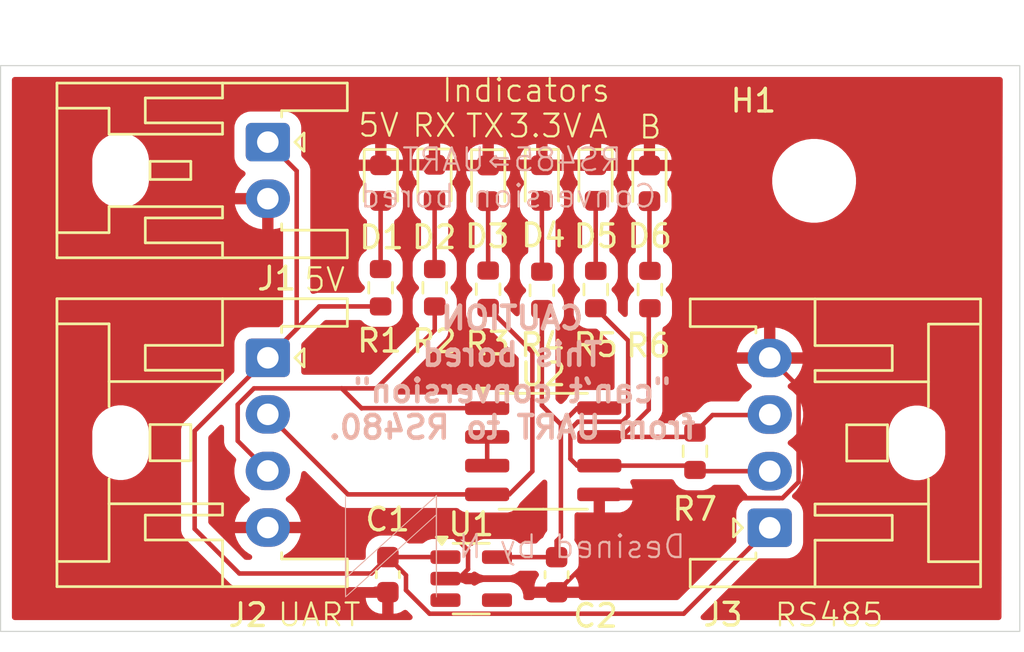
<source format=kicad_pcb>
(kicad_pcb (version 20240108) (generator "pcbnew") (generator_version "8.0")
  (layers (0 "F.Cu" signal) (31 "B.Cu" signal) (34 "B.Paste" user) (35 "F.Paste" user) (36 "B.SilkS" user "B.Silkscreen") (37 "F.SilkS" user "F.Silkscreen") (38 "B.Mask" user) (39 "F.Mask" user) (44 "Edge.Cuts" user))
  (net 0 "")
  (net 1 "GND")
  (net 2 "+5V")
  (net 3 "+3.3V")
  (net 4 "Net-(D1-A)")
  (net 5 "/TX")
  (net 6 "/RX")
  (net 7 "/B")
  (net 8 "/A")
  (net 11 "Net-(U2-DE)")
  (net 12 "Net-(D2-A)")
  (net 13 "Net-(D3-A)")
  (net 14 "Net-(D4-A)")
  (net 15 "Net-(D5-A)")
  (net 16 "Net-(D6-A)")
  (footprint "Connector_JST:JST_XA_S02B-XASK-1_1x02_P2.50mm_Horizontal" (layer "F.Cu") (at 147.91 92.2 -90)
    (property "Reference" "J1" (at 6.03 -0.4 180) (layer "F.SilkS"))
    (property "Value" "Conn_01x02_Socket")
    (fp_line (start -2.61 9.31) (end 5.11 9.31) (stroke (width 0.12)) (layer "F.SilkS"))
    (fp_line (start -1.5 9.31) (end -1.5 7.01) (stroke (width 0.12)) (layer "F.SilkS"))
    (fp_line (start 5.11 9.31) (end 5.11 -3.51) (stroke (width 0.12)) (layer "F.SilkS"))
    (fp_line (start -1.5 7.01) (end -0.35 7.01) (stroke (width 0.12)) (layer "F.SilkS"))
    (fp_line (start -0.35 7.01) (end -0.35 2) (stroke (width 0.12)) (layer "F.SilkS"))
    (fp_line (start 2.85 7.01) (end 4 7.01) (stroke (width 0.12)) (layer "F.SilkS"))
    (fp_line (start 2.85 7.01) (end 2.85 2) (stroke (width 0.12)) (layer "F.SilkS"))
    (fp_line (start 4 7.01) (end 4 9.31) (stroke (width 0.12)) (layer "F.SilkS"))
    (fp_line (start -1.95 5.41) (end -1.95 2) (stroke (width 0.12)) (layer "F.SilkS"))
    (fp_line (start -0.85 5.41) (end -1.95 5.41) (stroke (width 0.12)) (layer "F.SilkS"))
    (fp_line (start 3.35 5.41) (end 4.45 5.41) (stroke (width 0.12)) (layer "F.SilkS"))
    (fp_line (start 4.45 5.41) (end 4.45 2) (stroke (width 0.12)) (layer "F.SilkS"))
    (fp_line (start 0.85 5.2) (end 0.85 3.4) (stroke (width 0.12)) (layer "F.SilkS"))
    (fp_line (start 1.65 5.2) (end 0.85 5.2) (stroke (width 0.12)) (layer "F.SilkS"))
    (fp_line (start 0.85 3.4) (end 1.65 3.4) (stroke (width 0.12)) (layer "F.SilkS"))
    (fp_line (start 1.65 3.4) (end 1.65 5.2) (stroke (width 0.12)) (layer "F.SilkS"))
    (fp_line (start -1.95 2) (end -2.61 2) (stroke (width 0.12)) (layer "F.SilkS"))
    (fp_line (start -0.85 2) (end -0.85 5.41) (stroke (width 0.12)) (layer "F.SilkS"))
    (fp_line (start -0.35 2) (end -0.85 2) (stroke (width 0.12)) (layer "F.SilkS"))
    (fp_line (start 2.85 2) (end 3.35 2) (stroke (width 0.12)) (layer "F.SilkS"))
    (fp_line (start 3.35 2) (end 3.35 5.41) (stroke (width 0.12)) (layer "F.SilkS"))
    (fp_line (start 4.45 2) (end 5.11 2) (stroke (width 0.12)) (layer "F.SilkS"))
    (fp_line (start -1.39 -0.61) (end -1.39 -3.51) (stroke (width 0.12)) (layer "F.SilkS"))
    (fp_line (start -1.11 -0.61) (end -1.39 -0.61) (stroke (width 0.12)) (layer "F.SilkS"))
    (fp_line (start 3.89 -0.61) (end 3.61 -0.61) (stroke (width 0.12)) (layer "F.SilkS"))
    (fp_line (start 0 -1.2) (end -0.4 -1.6) (stroke (width 0.12)) (layer "F.SilkS"))
    (fp_line (start -0.4 -1.6) (end 0.4 -1.6) (stroke (width 0.12)) (layer "F.SilkS"))
    (fp_line (start 0.4 -1.6) (end 0 -1.2) (stroke (width 0.12)) (layer "F.SilkS"))
    (fp_line (start -2.61 -3.51) (end -2.61 9.31) (stroke (width 0.12)) (layer "F.SilkS"))
    (fp_line (start -1.39 -3.51) (end -2.61 -3.51) (stroke (width 0.12)) (layer "F.SilkS"))
    (fp_line (start 3.89 -3.51) (end 3.89 -0.61) (stroke (width 0.12)) (layer "F.SilkS"))
    (fp_line (start 5.11 -3.51) (end 3.89 -3.51) (stroke (width 0.12)) (layer "F.SilkS"))
    (pad "" np_thru_hole oval (at 1.25 6.5 270) (size 2.8 2) (drill oval 2.8 2) (layers "*.Cu" "*.Mask"))
    (pad "1" thru_hole roundrect (at 0 0 270) (size 1.7 1.95) (drill 0.95) (layers "*.Cu" "*.Mask") (roundrect_rratio 0.147059) (net 2 "+5V"))
    (pad "2" thru_hole oval (at 2.5 0 270) (size 1.7 1.95) (drill 0.95) (layers "*.Cu" "*.Mask") (net 1 "GND"))
  )
  (footprint "Connector_JST:JST_XA_S04B-XASK-1_1x04_P2.50mm_Horizontal" (layer "F.Cu") (at 170.07 109.24 90)
    (property "Reference" "J3" (at -3.84 -2.06 180) (layer "F.SilkS"))
    (property "Value" "RS485")
    (fp_line (start 10.11 -3.51) (end 8.89 -3.51) (stroke (width 0.12)) (layer "F.SilkS"))
    (fp_line (start 8.89 -3.51) (end 8.89 -0.61) (stroke (width 0.12)) (layer "F.SilkS"))
    (fp_line (start -1.39 -3.51) (end -2.61 -3.51) (stroke (width 0.12)) (layer "F.SilkS"))
    (fp_line (start -2.61 -3.51) (end -2.61 9.31) (stroke (width 0.12)) (layer "F.SilkS"))
    (fp_line (start 0.4 -1.6) (end 0 -1.2) (stroke (width 0.12)) (layer "F.SilkS"))
    (fp_line (start -0.4 -1.6) (end 0.4 -1.6) (stroke (width 0.12)) (layer "F.SilkS"))
    (fp_line (start 0 -1.2) (end -0.4 -1.6) (stroke (width 0.12)) (layer "F.SilkS"))
    (fp_line (start 8.89 -0.61) (end 8.61 -0.61) (stroke (width 0.12)) (layer "F.SilkS"))
    (fp_line (start -1.11 -0.61) (end -1.39 -0.61) (stroke (width 0.12)) (layer "F.SilkS"))
    (fp_line (start -1.39 -0.61) (end -1.39 -3.51) (stroke (width 0.12)) (layer "F.SilkS"))
    (fp_line (start 8.05 2) (end 10.11 2) (stroke (width 0.12)) (layer "F.SilkS"))
    (fp_line (start 6.95 2) (end 6.95 5.41) (stroke (width 0.12)) (layer "F.SilkS"))
    (fp_line (start 6.45 2) (end 6.95 2) (stroke (width 0.12)) (layer "F.SilkS"))
    (fp_line (start 1.05 2) (end 0.55 2) (stroke (width 0.12)) (layer "F.SilkS"))
    (fp_line (start 0.55 2) (end 0.55 5.41) (stroke (width 0.12)) (layer "F.SilkS"))
    (fp_line (start -0.55 2) (end -2.61 2) (stroke (width 0.12)) (layer "F.SilkS"))
    (fp_line (start 4.55 3.4) (end 4.55 5.2) (stroke (width 0.12)) (layer "F.SilkS"))
    (fp_line (start 2.95 3.4) (end 4.55 3.4) (stroke (width 0.12)) (layer "F.SilkS"))
    (fp_line (start 4.55 5.2) (end 2.95 5.2) (stroke (width 0.12)) (layer "F.SilkS"))
    (fp_line (start 2.95 5.2) (end 2.95 3.4) (stroke (width 0.12)) (layer "F.SilkS"))
    (fp_line (start 8.05 5.41) (end 8.05 2) (stroke (width 0.12)) (layer "F.SilkS"))
    (fp_line (start 6.95 5.41) (end 8.05 5.41) (stroke (width 0.12)) (layer "F.SilkS"))
    (fp_line (start 0.55 5.41) (end -0.55 5.41) (stroke (width 0.12)) (layer "F.SilkS"))
    (fp_line (start -0.55 5.41) (end -0.55 2) (stroke (width 0.12)) (layer "F.SilkS"))
    (fp_line (start 9 7.01) (end 9 9.31) (stroke (width 0.12)) (layer "F.SilkS"))
    (fp_line (start 6.45 7.01) (end 6.45 2) (stroke (width 0.12)) (layer "F.SilkS"))
    (fp_line (start 5.35 7.01) (end 9 7.01) (stroke (width 0.12)) (layer "F.SilkS"))
    (fp_line (start 1.05 7.01) (end 1.05 2) (stroke (width 0.12)) (layer "F.SilkS"))
    (fp_line (start -1.5 7.01) (end 2.15 7.01) (stroke (width 0.12)) (layer "F.SilkS"))
    (fp_line (start 10.11 9.31) (end 10.11 -3.51) (stroke (width 0.12)) (layer "F.SilkS"))
    (fp_line (start -1.5 9.31) (end -1.5 7.01) (stroke (width 0.12)) (layer "F.SilkS"))
    (fp_line (start -2.61 9.31) (end 10.11 9.31) (stroke (width 0.12)) (layer "F.SilkS"))
    (pad "" np_thru_hole oval (at 3.75 6.5 90) (size 2.8 2) (drill oval 2.8 2) (layers "*.Cu" "*.Mask"))
    (pad "1" thru_hole roundrect (at 0 0 90) (size 1.7 1.95) (drill 0.95) (layers "*.Cu" "*.Mask") (roundrect_rratio 0.147059) (net 2 "+5V"))
    (pad "2" thru_hole oval (at 2.5 0 90) (size 1.7 1.95) (drill 0.95) (layers "*.Cu" "*.Mask") (net 8 "/A"))
    (pad "3" thru_hole oval (at 5 0 90) (size 1.7 1.95) (drill 0.95) (layers "*.Cu" "*.Mask") (net 7 "/B"))
    (pad "4" thru_hole oval (at 7.5 0 90) (size 1.7 1.95) (drill 0.95) (layers "*.Cu" "*.Mask") (net 1 "GND"))
  )
  (footprint "LED_SMD:LED_0603_1608Metric" (layer "F.Cu") (at 164.76 94.02 -90)
    (property "Reference" "D6" (at 2.33 -0.01 180) (layer "F.SilkS"))
    (property "Value" "LED")
    (fp_line (start -1.485 0.735) (end 0.8 0.735) (stroke (width 0.12)) (layer "F.SilkS"))
    (fp_line (start -1.485 -0.735) (end -1.485 0.735) (stroke (width 0.12)) (layer "F.SilkS"))
    (fp_line (start 0.8 -0.735) (end -1.485 -0.735) (stroke (width 0.12)) (layer "F.SilkS"))
    (pad "1" smd roundrect (at -0.7875 0 270) (size 0.875 0.95) (layers "F.Cu" "F.Paste" "F.Mask") (net 1 "GND"))
    (pad "2" smd roundrect (at 0.7875 0 270) (size 0.875 0.95) (layers "F.Cu" "F.Paste" "F.Mask") (net 16 "Net-(D6-A)"))
  )
  (footprint "Resistor_SMD:R_0603_1608Metric" (layer "F.Cu") (at 166.77 105.86 90)
    (property "Reference" "R7" (at -2.55 -0.01 180) (layer "F.SilkS"))
    (property "Value" "120")
    (fp_line (start -0.237258 -0.5225) (end 0.237258 -0.5225) (stroke (width 0.12)) (layer "F.SilkS"))
    (fp_line (start -0.237258 0.5225) (end 0.237258 0.5225) (stroke (width 0.12)) (layer "F.SilkS"))
    (pad "1" smd roundrect (at -0.825 0 90) (size 0.8 0.95) (layers "F.Cu" "F.Paste" "F.Mask") (net 8 "/A"))
    (pad "2" smd roundrect (at 0.825 0 90) (size 0.8 0.95) (layers "F.Cu" "F.Paste" "F.Mask") (net 7 "/B"))
  )
  (footprint "LED_SMD:LED_0603_1608Metric" (layer "F.Cu") (at 152.9 94.01 -90)
    (property "Reference" "D1" (at 2.4 -0.03 180) (layer "F.SilkS"))
    (property "Value" "LED")
    (fp_line (start -1.485 0.735) (end 0.8 0.735) (stroke (width 0.12)) (layer "F.SilkS"))
    (fp_line (start -1.485 -0.735) (end -1.485 0.735) (stroke (width 0.12)) (layer "F.SilkS"))
    (fp_line (start 0.8 -0.735) (end -1.485 -0.735) (stroke (width 0.12)) (layer "F.SilkS"))
    (pad "1" smd roundrect (at -0.7875 0 270) (size 0.875 0.95) (layers "F.Cu" "F.Paste" "F.Mask") (net 1 "GND"))
    (pad "2" smd roundrect (at 0.7875 0 270) (size 0.875 0.95) (layers "F.Cu" "F.Paste" "F.Mask") (net 4 "Net-(D1-A)"))
  )
  (footprint "Package_SO:SOIC-8_3.9x4.9mm_P1.27mm" (layer "F.Cu") (at 160.07 105.86)
    (property "Reference" "U2" (at 0 -3.4 0) (layer "F.SilkS"))
    (property "Value" "MAX3485")
    (fp_line (start 0 -2.56) (end -1.95 -2.56) (stroke (width 0.12)) (layer "F.SilkS"))
    (fp_line (start 0 -2.56) (end 1.95 -2.56) (stroke (width 0.12)) (layer "F.SilkS"))
    (fp_line (start 0 2.56) (end -1.95 2.56) (stroke (width 0.12)) (layer "F.SilkS"))
    (fp_line (start 0 2.56) (end 1.95 2.56) (stroke (width 0.12)) (layer "F.SilkS"))
    (fp_poly (pts (xy -2.7 -2.465) (xy -2.94 -2.795) (xy -2.46 -2.795) (xy -2.7 -2.465)) (stroke (width 0.12)) (fill solid) (layer "F.SilkS"))
    (pad "1" smd roundrect (at -2.475 -1.905) (size 1.95 0.6) (layers "F.Cu" "F.Paste" "F.Mask") (net 6 "/RX"))
    (pad "2" smd roundrect (at -2.475 -0.635) (size 1.95 0.6) (layers "F.Cu" "F.Paste" "F.Mask") (net 11 "Net-(U2-DE)"))
    (pad "3" smd roundrect (at -2.475 0.635) (size 1.95 0.6) (layers "F.Cu" "F.Paste" "F.Mask") (net 11 "Net-(U2-DE)"))
    (pad "4" smd roundrect (at -2.475 1.905) (size 1.95 0.6) (layers "F.Cu" "F.Paste" "F.Mask") (net 5 "/TX"))
    (pad "5" smd roundrect (at 2.475 1.905) (size 1.95 0.6) (layers "F.Cu" "F.Paste" "F.Mask") (net 1 "GND"))
    (pad "6" smd roundrect (at 2.475 0.635) (size 1.95 0.6) (layers "F.Cu" "F.Paste" "F.Mask") (net 8 "/A"))
    (pad "7" smd roundrect (at 2.475 -0.635) (size 1.95 0.6) (layers "F.Cu" "F.Paste" "F.Mask") (net 7 "/B"))
    (pad "8" smd roundrect (at 2.475 -1.905) (size 1.95 0.6) (layers "F.Cu" "F.Paste" "F.Mask") (net 3 "+3.3V"))
  )
  (footprint "LED_SMD:LED_0603_1608Metric" (layer "F.Cu") (at 160.01 94.0075 -90)
    (property "Reference" "D4" (at 2.3125 -0.07 180) (layer "F.SilkS"))
    (property "Value" "LED")
    (fp_line (start -1.485 0.735) (end 0.8 0.735) (stroke (width 0.12)) (layer "F.SilkS"))
    (fp_line (start -1.485 -0.735) (end -1.485 0.735) (stroke (width 0.12)) (layer "F.SilkS"))
    (fp_line (start 0.8 -0.735) (end -1.485 -0.735) (stroke (width 0.12)) (layer "F.SilkS"))
    (pad "1" smd roundrect (at -0.7875 0 270) (size 0.875 0.95) (layers "F.Cu" "F.Paste" "F.Mask") (net 1 "GND"))
    (pad "2" smd roundrect (at 0.7875 0 270) (size 0.875 0.95) (layers "F.Cu" "F.Paste" "F.Mask") (net 14 "Net-(D4-A)"))
  )
  (footprint "Package_TO_SOT_SMD:SOT-23-5" (layer "F.Cu") (at 156.89 111.4875)
    (property "Reference" "U1" (at 0 -2.4 0) (layer "F.SilkS"))
    (property "Value" "MIC5504-3.3YM5")
    (fp_line (start 0 -1.56) (end -0.8 -1.56) (stroke (width 0.12)) (layer "F.SilkS"))
    (fp_line (start 0 -1.56) (end 0.8 -1.56) (stroke (width 0.12)) (layer "F.SilkS"))
    (fp_line (start 0 1.56) (end -0.8 1.56) (stroke (width 0.12)) (layer "F.SilkS"))
    (fp_line (start 0 1.56) (end 0.8 1.56) (stroke (width 0.12)) (layer "F.SilkS"))
    (fp_poly (pts (xy -1.3 -1.51) (xy -1.54 -1.84) (xy -1.06 -1.84) (xy -1.3 -1.51)) (stroke (width 0.12)) (fill solid) (layer "F.SilkS"))
    (pad "1" smd roundrect (at -1.1375 -0.95) (size 1.325 0.6) (layers "F.Cu" "F.Paste" "F.Mask") (net 2 "+5V"))
    (pad "2" smd roundrect (at -1.1375 0) (size 1.325 0.6) (layers "F.Cu" "F.Paste" "F.Mask") (net 1 "GND"))
    (pad "3" smd roundrect (at -1.1375 0.95) (size 1.325 0.6) (layers "F.Cu" "F.Paste" "F.Mask"))
    (pad "4" smd roundrect (at 1.1375 0.95) (size 1.325 0.6) (layers "F.Cu" "F.Paste" "F.Mask"))
    (pad "5" smd roundrect (at 1.1375 -0.95) (size 1.325 0.6) (layers "F.Cu" "F.Paste" "F.Mask") (net 3 "+3.3V"))
  )
  (footprint "Connector_JST:JST_XA_S04B-XASK-1_1x04_P2.50mm_Horizontal" (layer "F.Cu") (at 147.91 101.73 -90)
    (property "Reference" "J2" (at 11.37 0.87 180) (layer "F.SilkS"))
    (property "Value" "UART")
    (fp_line (start -2.61 9.31) (end 10.11 9.31) (stroke (width 0.12)) (layer "F.SilkS"))
    (fp_line (start -1.5 9.31) (end -1.5 7.01) (stroke (width 0.12)) (layer "F.SilkS"))
    (fp_line (start 10.11 9.31) (end 10.11 -3.51) (stroke (width 0.12)) (layer "F.SilkS"))
    (fp_line (start -1.5 7.01) (end 2.15 7.01) (stroke (width 0.12)) (layer "F.SilkS"))
    (fp_line (start 1.05 7.01) (end 1.05 2) (stroke (width 0.12)) (layer "F.SilkS"))
    (fp_line (start 5.35 7.01) (end 9 7.01) (stroke (width 0.12)) (layer "F.SilkS"))
    (fp_line (start 6.45 7.01) (end 6.45 2) (stroke (width 0.12)) (layer "F.SilkS"))
    (fp_line (start 9 7.01) (end 9 9.31) (stroke (width 0.12)) (layer "F.SilkS"))
    (fp_line (start -0.55 5.41) (end -0.55 2) (stroke (width 0.12)) (layer "F.SilkS"))
    (fp_line (start 0.55 5.41) (end -0.55 5.41) (stroke (width 0.12)) (layer "F.SilkS"))
    (fp_line (start 6.95 5.41) (end 8.05 5.41) (stroke (width 0.12)) (layer "F.SilkS"))
    (fp_line (start 8.05 5.41) (end 8.05 2) (stroke (width 0.12)) (layer "F.SilkS"))
    (fp_line (start 2.95 5.2) (end 2.95 3.4) (stroke (width 0.12)) (layer "F.SilkS"))
    (fp_line (start 4.55 5.2) (end 2.95 5.2) (stroke (width 0.12)) (layer "F.SilkS"))
    (fp_line (start 2.95 3.4) (end 4.55 3.4) (stroke (width 0.12)) (layer "F.SilkS"))
    (fp_line (start 4.55 3.4) (end 4.55 5.2) (stroke (width 0.12)) (layer "F.SilkS"))
    (fp_line (start -0.55 2) (end -2.61 2) (stroke (width 0.12)) (layer "F.SilkS"))
    (fp_line (start 0.55 2) (end 0.55 5.41) (stroke (width 0.12)) (layer "F.SilkS"))
    (fp_line (start 1.05 2) (end 0.55 2) (stroke (width 0.12)) (layer "F.SilkS"))
    (fp_line (start 6.45 2) (end 6.95 2) (stroke (width 0.12)) (layer "F.SilkS"))
    (fp_line (start 6.95 2) (end 6.95 5.41) (stroke (width 0.12)) (layer "F.SilkS"))
    (fp_line (start 8.05 2) (end 10.11 2) (stroke (width 0.12)) (layer "F.SilkS"))
    (fp_line (start -1.39 -0.61) (end -1.39 -3.51) (stroke (width 0.12)) (layer "F.SilkS"))
    (fp_line (start -1.11 -0.61) (end -1.39 -0.61) (stroke (width 0.12)) (layer "F.SilkS"))
    (fp_line (start 8.89 -0.61) (end 8.61 -0.61) (stroke (width 0.12)) (layer "F.SilkS"))
    (fp_line (start 0 -1.2) (end -0.4 -1.6) (stroke (width 0.12)) (layer "F.SilkS"))
    (fp_line (start -0.4 -1.6) (end 0.4 -1.6) (stroke (width 0.12)) (layer "F.SilkS"))
    (fp_line (start 0.4 -1.6) (end 0 -1.2) (stroke (width 0.12)) (layer "F.SilkS"))
    (fp_line (start -2.61 -3.51) (end -2.61 9.31) (stroke (width 0.12)) (layer "F.SilkS"))
    (fp_line (start -1.39 -3.51) (end -2.61 -3.51) (stroke (width 0.12)) (layer "F.SilkS"))
    (fp_line (start 8.89 -3.51) (end 8.89 -0.61) (stroke (width 0.12)) (layer "F.SilkS"))
    (fp_line (start 10.11 -3.51) (end 8.89 -3.51) (stroke (width 0.12)) (layer "F.SilkS"))
    (pad "" np_thru_hole oval (at 3.75 6.5 270) (size 2.8 2) (drill oval 2.8 2) (layers "*.Cu" "*.Mask"))
    (pad "1" thru_hole roundrect (at 0 0 270) (size 1.7 1.95) (drill 0.95) (layers "*.Cu" "*.Mask") (roundrect_rratio 0.147059) (net 2 "+5V"))
    (pad "2" thru_hole oval (at 2.5 0 270) (size 1.7 1.95) (drill 0.95) (layers "*.Cu" "*.Mask") (net 5 "/TX"))
    (pad "3" thru_hole oval (at 5 0 270) (size 1.7 1.95) (drill 0.95) (layers "*.Cu" "*.Mask") (net 6 "/RX"))
    (pad "4" thru_hole oval (at 7.5 0 270) (size 1.7 1.95) (drill 0.95) (layers "*.Cu" "*.Mask") (net 1 "GND"))
  )
  (footprint "LED_SMD:LED_0603_1608Metric" (layer "F.Cu") (at 162.38 94.0075 -90)
    (property "Reference" "D5" (at 2.3525 -0.02 180) (layer "F.SilkS"))
    (property "Value" "LED")
    (fp_line (start -1.485 0.735) (end 0.8 0.735) (stroke (width 0.12)) (layer "F.SilkS"))
    (fp_line (start -1.485 -0.735) (end -1.485 0.735) (stroke (width 0.12)) (layer "F.SilkS"))
    (fp_line (start 0.8 -0.735) (end -1.485 -0.735) (stroke (width 0.12)) (layer "F.SilkS"))
    (pad "1" smd roundrect (at -0.7875 0 270) (size 0.875 0.95) (layers "F.Cu" "F.Paste" "F.Mask") (net 1 "GND"))
    (pad "2" smd roundrect (at 0.7875 0 270) (size 0.875 0.95) (layers "F.Cu" "F.Paste" "F.Mask") (net 15 "Net-(D5-A)"))
  )
  (footprint "LED_SMD:LED_0603_1608Metric" (layer "F.Cu") (at 155.27 93.99 -90)
    (property "Reference" "D2" (at 2.41 0.015 180) (layer "F.SilkS"))
    (property "Value" "LED")
    (fp_line (start -1.485 0.735) (end 0.8 0.735) (stroke (width 0.12)) (layer "F.SilkS"))
    (fp_line (start -1.485 -0.735) (end -1.485 0.735) (stroke (width 0.12)) (layer "F.SilkS"))
    (fp_line (start 0.8 -0.735) (end -1.485 -0.735) (stroke (width 0.12)) (layer "F.SilkS"))
    (pad "1" smd roundrect (at -0.7875 0 270) (size 0.875 0.95) (layers "F.Cu" "F.Paste" "F.Mask") (net 1 "GND"))
    (pad "2" smd roundrect (at 0.7875 0 270) (size 0.875 0.95) (layers "F.Cu" "F.Paste" "F.Mask") (net 12 "Net-(D2-A)"))
  )
  (footprint "Resistor_SMD:R_0603_1608Metric" (layer "F.Cu") (at 160.01 98.75 90)
    (property "Reference" "R4" (at -2.42 0.02 180) (layer "F.SilkS"))
    (property "Value" "10k")
    (fp_line (start -0.237258 -0.5225) (end 0.237258 -0.5225) (stroke (width 0.12)) (layer "F.SilkS"))
    (fp_line (start -0.237258 0.5225) (end 0.237258 0.5225) (stroke (width 0.12)) (layer "F.SilkS"))
    (pad "1" smd roundrect (at -0.825 0 90) (size 0.8 0.95) (layers "F.Cu" "F.Paste" "F.Mask") (net 3 "+3.3V"))
    (pad "2" smd roundrect (at 0.825 0 90) (size 0.8 0.95) (layers "F.Cu" "F.Paste" "F.Mask") (net 14 "Net-(D4-A)"))
  )
  (footprint "MountingHole:MountingHole_3.2mm_M3" (layer "F.Cu") (at 172.03 93.91)
    (property "Reference" "H1" (at -2.68 -3.54 0) (layer "F.SilkS"))
    (property "Value" "MountingHole")
    (pad "" np_thru_hole circle (at 0 0) (size 3.2 3.2) (drill 3.2) (layers "*.Cu" "*.Mask"))
  )
  (footprint "Resistor_SMD:R_0603_1608Metric" (layer "F.Cu") (at 164.78 98.715 90)
    (property "Reference" "R6" (at -2.475 -0.07 180) (layer "F.SilkS"))
    (property "Value" "10k")
    (fp_line (start -0.237258 -0.5225) (end 0.237258 -0.5225) (stroke (width 0.12)) (layer "F.SilkS"))
    (fp_line (start -0.237258 0.5225) (end 0.237258 0.5225) (stroke (width 0.12)) (layer "F.SilkS"))
    (pad "1" smd roundrect (at -0.825 0 90) (size 0.8 0.95) (layers "F.Cu" "F.Paste" "F.Mask") (net 7 "/B"))
    (pad "2" smd roundrect (at 0.825 0 90) (size 0.8 0.95) (layers "F.Cu" "F.Paste" "F.Mask") (net 16 "Net-(D6-A)"))
  )
  (footprint "Resistor_SMD:R_0603_1608Metric" (layer "F.Cu") (at 155.28 98.635 90)
    (property "Reference" "R2" (at -2.365 -0.02 0) (layer "F.SilkS"))
    (property "Value" "10k")
    (fp_line (start -0.237258 -0.5225) (end 0.237258 -0.5225) (stroke (width 0.12)) (layer "F.SilkS"))
    (fp_line (start -0.237258 0.5225) (end 0.237258 0.5225) (stroke (width 0.12)) (layer "F.SilkS"))
    (pad "1" smd roundrect (at -0.825 0 90) (size 0.8 0.95) (layers "F.Cu" "F.Paste" "F.Mask") (net 6 "/RX"))
    (pad "2" smd roundrect (at 0.825 0 90) (size 0.8 0.95) (layers "F.Cu" "F.Paste" "F.Mask") (net 12 "Net-(D2-A)"))
  )
  (footprint "Resistor_SMD:R_0603_1608Metric" (layer "F.Cu") (at 152.89 98.635 90)
    (property "Reference" "R1" (at -2.34 -0.05 0) (layer "F.SilkS"))
    (property "Value" "10k")
    (fp_line (start -0.237258 -0.5225) (end 0.237258 -0.5225) (stroke (width 0.12)) (layer "F.SilkS"))
    (fp_line (start -0.237258 0.5225) (end 0.237258 0.5225) (stroke (width 0.12)) (layer "F.SilkS"))
    (pad "1" smd roundrect (at -0.825 0 90) (size 0.8 0.95) (layers "F.Cu" "F.Paste" "F.Mask") (net 2 "+5V"))
    (pad "2" smd roundrect (at 0.825 0 90) (size 0.8 0.95) (layers "F.Cu" "F.Paste" "F.Mask") (net 4 "Net-(D1-A)"))
  )
  (footprint "Capacitor_SMD:C_0603_1608Metric" (layer "F.Cu") (at 160.66 111.315 -90)
    (property "Reference" "C2" (at 1.815 -1.72 0) (layer "F.SilkS"))
    (property "Value" "1u")
    (fp_line (start -0.14058 0.51) (end 0.14058 0.51) (stroke (width 0.12)) (layer "F.SilkS"))
    (fp_line (start -0.14058 -0.51) (end 0.14058 -0.51) (stroke (width 0.12)) (layer "F.SilkS"))
    (pad "1" smd roundrect (at -0.775 0 270) (size 0.9 0.95) (layers "F.Cu" "F.Paste" "F.Mask") (net 3 "+3.3V"))
    (pad "2" smd roundrect (at 0.775 0 270) (size 0.9 0.95) (layers "F.Cu" "F.Paste" "F.Mask") (net 1 "GND"))
  )
  (footprint "Resistor_SMD:R_0603_1608Metric" (layer "F.Cu") (at 162.39 98.715 90)
    (property "Reference" "R5" (at -2.455 0 180) (layer "F.SilkS"))
    (property "Value" "10k")
    (fp_line (start -0.237258 -0.5225) (end 0.237258 -0.5225) (stroke (width 0.12)) (layer "F.SilkS"))
    (fp_line (start -0.237258 0.5225) (end 0.237258 0.5225) (stroke (width 0.12)) (layer "F.SilkS"))
    (pad "1" smd roundrect (at -0.825 0 90) (size 0.8 0.95) (layers "F.Cu" "F.Paste" "F.Mask") (net 8 "/A"))
    (pad "2" smd roundrect (at 0.825 0 90) (size 0.8 0.95) (layers "F.Cu" "F.Paste" "F.Mask") (net 15 "Net-(D5-A)"))
  )
  (footprint "LED_SMD:LED_0603_1608Metric" (layer "F.Cu") (at 157.64 94.02 -90)
    (property "Reference" "D3" (at 2.34 0.0425 180) (layer "F.SilkS"))
    (property "Value" "LED")
    (fp_line (start -1.485 0.735) (end 0.8 0.735) (stroke (width 0.12)) (layer "F.SilkS"))
    (fp_line (start -1.485 -0.735) (end -1.485 0.735) (stroke (width 0.12)) (layer "F.SilkS"))
    (fp_line (start 0.8 -0.735) (end -1.485 -0.735) (stroke (width 0.12)) (layer "F.SilkS"))
    (pad "1" smd roundrect (at -0.7875 0 270) (size 0.875 0.95) (layers "F.Cu" "F.Paste" "F.Mask") (net 1 "GND"))
    (pad "2" smd roundrect (at 0.7875 0 270) (size 0.875 0.95) (layers "F.Cu" "F.Paste" "F.Mask") (net 13 "Net-(D3-A)"))
  )
  (footprint "Resistor_SMD:R_0603_1608Metric" (layer "F.Cu") (at 157.6375 98.7 90)
    (property "Reference" "R3" (at -2.4 -0.02 180) (layer "F.SilkS"))
    (property "Value" "10k")
    (fp_line (start -0.237258 -0.5225) (end 0.237258 -0.5225) (stroke (width 0.12)) (layer "F.SilkS"))
    (fp_line (start -0.237258 0.5225) (end 0.237258 0.5225) (stroke (width 0.12)) (layer "F.SilkS"))
    (pad "1" smd roundrect (at -0.825 0 90) (size 0.8 0.95) (layers "F.Cu" "F.Paste" "F.Mask") (net 5 "/TX"))
    (pad "2" smd roundrect (at 0.825 0 90) (size 0.8 0.95) (layers "F.Cu" "F.Paste" "F.Mask") (net 13 "Net-(D3-A)"))
  )
  (footprint "Capacitor_SMD:C_0603_1608Metric" (layer "F.Cu") (at 153.21 111.31 -90)
    (property "Reference" "C1" (at -2.435 0.01 0) (layer "F.SilkS"))
    (property "Value" "1u")
    (fp_line (start -0.14058 0.51) (end 0.14058 0.51) (stroke (width 0.12)) (layer "F.SilkS"))
    (fp_line (start -0.14058 -0.51) (end 0.14058 -0.51) (stroke (width 0.12)) (layer "F.SilkS"))
    (pad "1" smd roundrect (at -0.775 0 270) (size 0.9 0.95) (layers "F.Cu" "F.Paste" "F.Mask") (net 2 "+5V"))
    (pad "2" smd roundrect (at 0.775 0 270) (size 0.9 0.95) (layers "F.Cu" "F.Paste" "F.Mask") (net 1 "GND"))
  )
  (footprint "Narii設計:ロゴ 2年" (layer "B.Cu") (at 153.4 110.02 180)
    (property "Reference" "G***" (hide yes))
    (property "Value" "LOGO" (hide yes))
    (fp_poly (pts (xy -1.938459 2.225677) (xy -1.929348 2.214585) (xy -1.92182 2.20693) (xy -1.901063 2.187303) (xy -1.867625 2.156205) (xy -1.822054 2.114135) (xy -1.764899 2.061591) (xy -1.696706 1.999074) (xy -1.618023 1.927082) (xy -1.5294 1.846115) (xy -1.431382 1.756672) (xy -1.324518 1.659252) (xy -1.209357 1.554355) (xy -1.086445 1.442479) (xy -0.956331 1.324125) (xy -0.819563 1.199791) (xy -0.676687 1.069977) (xy -0.528253 0.935182) (xy -0.374808 0.795905) (xy -0.2169 0.652646) (xy -0.055077 0.505904) (xy 0.054292 0.406766) (xy 2.029216 -1.383135) (xy 2.03457 0.422075) (xy 2.03517 0.624045) (xy 2.035733 0.810359) (xy 2.036266 0.981649) (xy 2.036781 1.138546) (xy 2.037285 1.281683) (xy 2.037788 1.41169) (xy 2.0383 1.5292) (xy 2.03883 1.634843) (xy 2.039387 1.729251) (xy 2.039981 1.813057) (xy 2.040621 1.886891) (xy 2.041316 1.951385) (xy 2.042077 2.00717) (xy 2.042911 2.054879) (xy 2.043829 2.095143) (xy 2.04484 2.128592) (xy 2.045953 2.15586) (xy 2.047178 2.177577) (xy 2.048524 2.194376) (xy 2.05 2.206887) (xy 2.051616 2.215742) (xy 2.053381 2.221573) (xy 2.055305 2.225011) (xy 2.057396 2.226688) (xy 2.059665 2.227235) (xy 2.06134 2.227285) (xy 2.063491 2.227169) (xy 2.065492 2.226444) (xy 2.067352 2.224546) (xy 2.069076 2.220911) (xy 2.070669 2.214974) (xy 2.072138 2.206172) (xy 2.07349 2.193939) (xy 2.074729 2.177711) (xy 2.075862 2.156925) (xy 2.076895 2.131015) (xy 2.077834 2.099417) (xy 2.078684 2.061568) (xy 2.079453 2.016902) (xy 2.080146 1.964855) (xy 2.080769 1.904864) (xy 2.081328 1.836363) (xy 2.081829 1.758788) (xy 2.082278 1.671576) (xy 2.082682 1.574161) (xy 2.083045 1.465979) (xy 2.083375 1.346466) (xy 2.083676 1.215058) (xy 2.083956 1.07119) (xy 2.08422 0.914298) (xy 2.084475 0.743818) (xy 2.084725 0.559185) (xy 2.084978 0.359835) (xy 2.085239 0.145203) (xy 2.085453 -0.033733) (xy 2.085717 -0.262702) (xy 2.085941 -0.475933) (xy 2.086122 -0.673974) (xy 2.086257 -0.857375) (xy 2.086343 -1.026684) (xy 2.086376 -1.182451) (xy 2.086353 -1.325225) (xy 2.086271 -1.455554) (xy 2.086126 -1.573988) (xy 2.085916 -1.681075) (xy 2.085637 -1.777365) (xy 2.085286 -1.863406) (xy 2.08486 -1.939747) (xy 2.084355 -2.006938) (xy 2.083768 -2.065527) (xy 2.083096 -2.116064) (xy 2.082336 -2.159096) (xy 2.081484 -2.195174) (xy 2.080538 -2.224846) (xy 2.079493 -2.248661) (xy 2.078347 -2.267169) (xy 2.077097 -2.280917) (xy 2.075739 -2.290456) (xy 2.07427 -2.296333) (xy 2.072687 -2.299099) (xy 2.072078 -2.299441) (xy 2.061211 -2.296174) (xy 2.040344 -2.282454) (xy 2.008804 -2.25774) (xy 1.965916 -2.221489) (xy 1.911005 -2.173158) (xy 1.876633 -2.142313) (xy 1.853973 -2.121841) (xy 1.818192 -2.089477) (xy 1.769938 -2.045807) (xy 1.709855 -1.991414) (xy 1.638589 -1.926885) (xy 1.556787 -1.852804) (xy 1.465094 -1.769757) (xy 1.364157 -1.678328) (xy 1.25462 -1.579103) (xy 1.13713 -1.472666) (xy 1.012333 -1.359603) (xy 0.880874 -1.240498) (xy 0.743399 -1.115938) (xy 0.600555 -0.986507) (xy 0.452986 -0.852789) (xy 0.30134 -0.715371) (xy 0.146261 -0.574837) (xy -0.011605 -0.431772) (xy -0.112437 -0.34039) (xy -1.922133 1.299715) (xy -1.924834 -0.494586) (xy -1.925149 -0.697185) (xy -1.925465 -0.88412) (xy -1.925788 -1.056013) (xy -1.926126 -1.213486) (xy -1.926484 -1.357161) (xy -1.92687 -1.487663) (xy -1.92729 -1.605612) (xy -1.927751 -1.711632) (xy -1.928259 -1.806345) (xy -1.928823 -1.890374) (xy -1.929447 -1.964341) (xy -1.93014 -2.028869) (xy -1.930907 -2.08458) (xy -1.931756 -2.132097) (xy -1.932693 -2.172043) (xy -1.933724 -2.205039) (xy -1.934858 -2.231709) (xy -1.9361 -2.252675) (xy -1.937457 -2.26856) (xy -1.938935 -2.279986) (xy -1.940543 -2.287576) (xy -1.942285 -2.291952) (xy -1.94417 -2.293737) (xy -1.944294 -2.293777) (xy -1.964145 -2.294141) (xy -1.970965 -2.291129) (xy -1.97195 -2.28229) (xy -1.972895 -2.25757) (xy -1.973799 -2.217376) (xy -1.97466 -2.162113) (xy -1.975476 -2.09219) (xy -1.976246 -2.008011) (xy -1.976967 -1.909984) (xy -1.977638 -1.798514) (xy -1.978257 -1.674009) (xy -1.978822 -1.536874) (xy -1.979332 -1.387516) (xy -1.979783 -1.226342) (xy -1.980175 -1.053758) (xy -1.980506 -0.87017) (xy -1.980774 -0.675986) (xy -1.980977 -0.47161) (xy -1.981112 -0.25745) (xy -1.98118 -0.033912) (xy -1.981181 -0.028153) (xy -1.981472 2.1429) (xy -1.927488 2.1429) (xy -1.927383 1.75348) (xy -1.927278 1.364059) (xy -0.170386 -0.228021) (xy -0.01277 -0.370855) (xy 0.142805 -0.511845) (xy 0.295661 -0.650377) (xy 0.44512 -0.785837) (xy 0.590504 -0.91761) (xy 0.731136 -1.045082) (xy 0.866338 -1.167637) (xy 0.995431 -1.284662) (xy 1.117737 -1.395541) (xy 1.23258 -1.49966) (xy 1.33928 -1.596405) (xy 1.437161 -1.685161) (xy 1.525544 -1.765313) (xy 1.603751 -1.836247) (xy 1.671104 -1.897348) (xy 1.726925 -1.948002) (xy 1.770538 -1.987594) (xy 1.801263 -2.015509) (xy 1.807861 -2.02151) (xy 1.861543 -2.070287) (xy 1.910694 -2.114815) (xy 1.953672 -2.153617) (xy 1.988834 -2.185217) (xy 2.014539 -2.208136) (xy 2.029144 -2.220898) (xy 2.031893 -2.223065) (xy 2.032419 -2.215215) (xy 2.032891 -2.192654) (xy 2.0333 -2.15696) (xy 2.033637 -2.10971) (xy 2.033894 -2.05248) (xy 2.034061 -1.986848) (xy 2.034129 -1.914391) (xy 2.03409 -1.836685) (xy 2.034087 -1.834354) (xy 2.033604 -1.445495) (xy 0.526899 -0.080738) (xy 0.376387 0.055596) (xy 0.225421 0.192342) (xy 0.074916 0.328673) (xy -0.074215 0.463762) (xy -0.221059 0.596782) (xy -0.364704 0.726904) (xy -0.504235 0.853303) (xy -0.638739 0.975151) (xy -0.767304 1.091619) (xy -0.889016 1.201882) (xy -1.002962 1.305112) (xy -1.108228 1.40048) (xy -1.203902 1.487161) (xy -1.289069 1.564327) (xy -1.362818 1.63115) (xy -1.424234 1.686804) (xy -1.453647 1.713459) (xy -1.927488 2.1429) (xy -1.981472 2.1429) (xy -1.981483 2.227285) (xy -1.959773 2.229894)) (fill solid) (layer "B.SilkS"))
  )
  (gr_rect (start 136.11 88.82) (end 181.11 113.82) (stroke (width 0.05)) (fill none) (layer "Edge.Cuts"))
  (gr_text "Desined by N" (at 166.43 110.66 0) (layer "B.SilkS") (effects (font (size 1 1) (thickness 0.1)) (justify left bottom mirror)))
  (gr_text "CAUTION\nThis bored\n{dblquote}can't conversion{dblquote}\nfrom UART to RS480." (at 158.7 105.39 0) (layer "B.SilkS") (effects (font (size 1 1) (thickness 0.2) (bold yes)) (justify bottom mirror)))
  (gr_text "  RS485⇒UART\nConversion bored" (at 165.14 95.17 0) (layer "B.SilkS") (effects (font (size 1 1) (thickness 0.1)) (justify left bottom mirror)))
  (gr_text "B" (at 164.23 92.12 0) (layer "F.SilkS") (effects (font (size 1 1) (thickness 0.1)) (justify left bottom)))
  (gr_text "3.3V" (at 158.48 92.07 0) (layer "F.SilkS") (effects (font (size 1 1) (thickness 0.1)) (justify left bottom)))
  (gr_text "UART" (at 148.28 113.67 0) (layer "F.SilkS") (effects (font (size 1 1) (thickness 0.1)) (justify left bottom)))
  (gr_text "5V" (at 149.45 98.86 0) (layer "F.SilkS") (effects (font (size 1 1) (thickness 0.1)) (justify left bottom)))
  (gr_text "RX" (at 154.22 92.05 0) (layer "F.SilkS") (effects (font (size 1 1) (thickness 0.1)) (justify left bottom)))
  (gr_text "A" (at 162.01 92.09 0) (layer "F.SilkS") (effects (font (size 1 1) (thickness 0.1)) (justify left bottom)))
  (gr_text "TX" (at 156.58 92.07 0) (layer "F.SilkS") (effects (font (size 1 1) (thickness 0.1)) (justify left bottom)))
  (gr_text "Indicators" (at 155.53 90.5 0) (layer "F.SilkS") (effects (font (size 1 1) (thickness 0.1)) (justify left bottom)))
  (gr_text "RS485" (at 170.22 113.68 0) (layer "F.SilkS") (effects (font (size 1 1) (thickness 0.1)) (justify left bottom)))
  (gr_text "5V" (at 151.83 92.04 0) (layer "F.SilkS") (effects (font (size 1 1) (thickness 0.1)) (justify left bottom)))
  (segment (start 156.3325 111.4875) (end 155.7525 111.4875) (width 0.2) (layer "F.Cu") (net 1))
  (segment (start 171.345 107.216346) (end 170.631346 107.93) (width 0.2) (layer "F.Cu") (net 1))
  (segment (start 170.5 107.93) (end 162.71 107.93) (width 0.2) (layer "F.Cu") (net 1))
  (segment (start 170.07 101.74) (end 171.345 103.015) (width 0.2) (layer "F.Cu") (net 1))
  (segment (start 164.82 107.93) (end 170.5 107.93) (width 0.2) (layer "F.Cu") (net 1))
  (segment (start 171.345 103.015) (end 171.345 107.216346) (width 0.2) (layer "F.Cu") (net 1))
  (segment (start 170.631346 107.93) (end 170.5 107.93) (width 0.2) (layer "F.Cu") (net 1))
  (segment (start 147.91 109.23) (end 155.748052 109.23) (width 0.2) (layer "F.Cu") (net 1))
  (segment (start 156.75 110.231948) (end 156.75 111.07) (width 0.2) (layer "F.Cu") (net 1))
  (segment (start 155.748052 109.23) (end 156.75 110.231948) (width 0.2) (layer "F.Cu") (net 1))
  (segment (start 162.71 107.93) (end 162.545 107.765) (width 0.2) (layer "F.Cu") (net 1))
  (segment (start 160.66 112.09) (end 164.82 107.93) (width 0.2) (layer "F.Cu") (net 1))
  (segment (start 156.75 111.07) (end 156.3325 111.4875) (width 0.2) (layer "F.Cu") (net 1))
  (segment (start 153.21 110.535) (end 152.485 111.26) (width 0.2) (layer "F.Cu") (net 2))
  (segment (start 147.91 92.2) (end 149.185 93.475) (width 0.2) (layer "F.Cu") (net 2))
  (segment (start 144.68 104.96) (end 147.91 101.73) (width 0.2) (layer "F.Cu") (net 2))
  (segment (start 149.185 93.475) (end 149.185 100.455) (width 0.2) (layer "F.Cu") (net 2))
  (segment (start 152.89 99.46) (end 150.18 99.46) (width 0.2) (layer "F.Cu") (net 2))
  (segment (start 153.21 110.535) (end 155.75 110.535) (width 0.2) (layer "F.Cu") (net 2))
  (segment (start 155.75 110.535) (end 155.7525 110.5375) (width 0.2) (layer "F.Cu") (net 2))
  (segment (start 152.485 111.26) (end 146.65 111.26) (width 0.2) (layer "F.Cu") (net 2))
  (segment (start 154.01 111.998052) (end 154.01 111.335) (width 0.2) (layer "F.Cu") (net 2))
  (segment (start 150.18 99.46) (end 150.1625 99.4775) (width 0.2) (layer "F.Cu") (net 2))
  (segment (start 155.049448 113.0375) (end 154.01 111.998052) (width 0.2) (layer "F.Cu") (net 2))
  (segment (start 166.2725 113.0375) (end 155.049448 113.0375) (width 0.2) (layer "F.Cu") (net 2))
  (segment (start 144.68 109.29) (end 144.68 104.96) (width 0.2) (layer "F.Cu") (net 2))
  (segment (start 149.185 100.455) (end 147.91 101.73) (width 0.2) (layer "F.Cu") (net 2))
  (segment (start 154.01 111.335) (end 153.21 110.535) (width 0.2) (layer "F.Cu") (net 2))
  (segment (start 170.07 109.24) (end 166.2725 113.0375) (width 0.2) (layer "F.Cu") (net 2))
  (segment (start 147.91 101.73) (end 150.1625 99.4775) (width 0.2) (layer "F.Cu") (net 2))
  (segment (start 146.65 111.26) (end 144.68 109.29) (width 0.2) (layer "F.Cu") (net 2))
  (segment (start 161.570001 103.955) (end 160.85 104.675001) (width 0.2) (layer "F.Cu") (net 3))
  (segment (start 160.85 109.635) (end 160.66 109.825) (width 0.2) (layer "F.Cu") (net 3))
  (segment (start 160.01 99.575) (end 160.01 103.835001) (width 0.2) (layer "F.Cu") (net 3))
  (segment (start 160.01 103.835001) (end 160.85 104.675001) (width 0.2) (layer "F.Cu") (net 3))
  (segment (start 160.85 104.675001) (end 160.85 109.635) (width 0.2) (layer "F.Cu") (net 3))
  (segment (start 158.0275 110.5375) (end 160.6325 110.5375) (width 0.2) (layer "F.Cu") (net 3))
  (segment (start 162.545 103.955) (end 161.570001 103.955) (width 0.2) (layer "F.Cu") (net 3))
  (segment (start 160.66 109.825) (end 160.66 110.54) (width 0.2) (layer "F.Cu") (net 3))
  (segment (start 152.89 94.8075) (end 152.9 94.7975) (width 0.2) (layer "F.Cu") (net 4))
  (segment (start 152.89 97.81) (end 152.89 94.8075) (width 0.2) (layer "F.Cu") (net 4))
  (segment (start 158.569999 107.765) (end 157.595 107.765) (width 0.2) (layer "F.Cu") (net 5))
  (segment (start 157.6375 99.525) (end 159.59 101.4775) (width 0.2) (layer "F.Cu") (net 5))
  (segment (start 159.59 101.4775) (end 159.59 106.744999) (width 0.2) (layer "F.Cu") (net 5))
  (segment (start 151.445 107.765) (end 157.595 107.765) (width 0.2) (layer "F.Cu") (net 5))
  (segment (start 159.59 106.744999) (end 158.569999 107.765) (width 0.2) (layer "F.Cu") (net 5))
  (segment (start 147.91 104.23) (end 151.445 107.765) (width 0.2) (layer "F.Cu") (net 5))
  (segment (start 155.28 100.51) (end 152.71 103.08) (width 0.2) (layer "F.Cu") (net 6))
  (segment (start 157.595 103.955) (end 152.055 103.955) (width 0.2) (layer "F.Cu") (net 6))
  (segment (start 152.05 103.96) (end 151.17 103.08) (width 0.2) (layer "F.Cu") (net 6))
  (segment (start 152.055 103.955) (end 152.05 103.96) (width 0.2) (layer "F.Cu") (net 6))
  (segment (start 151.17 103.08) (end 147.3 103.08) (width 0.2) (layer "F.Cu") (net 6))
  (segment (start 147.3 103.08) (end 146.58 103.8) (width 0.2) (layer "F.Cu") (net 6))
  (segment (start 146.58 103.8) (end 146.58 105.4) (width 0.2) (layer "F.Cu") (net 6))
  (segment (start 155.28 99.46) (end 155.28 100.51) (width 0.2) (layer "F.Cu") (net 6))
  (segment (start 146.58 105.4) (end 147.91 106.73) (width 0.2) (layer "F.Cu") (net 6))
  (segment (start 152.71 103.08) (end 151.17 103.08) (width 0.2) (layer "F.Cu") (net 6))
  (segment (start 169.47 104.26) (end 167.545 104.26) (width 0.2) (layer "F.Cu") (net 7))
  (segment (start 166.58 105.225) (end 166.77 105.035) (width 0.2) (layer "F.Cu") (net 7))
  (segment (start 162.545 105.225) (end 166.58 105.225) (width 0.2) (layer "F.Cu") (net 7))
  (segment (start 167.545 104.26) (end 166.77 105.035) (width 0.2) (layer "F.Cu") (net 7))
  (segment (start 163.519999 105.225) (end 164.73 104.014999) (width 0.2) (layer "F.Cu") (net 7))
  (segment (start 164.73 104.014999) (end 164.73 99.62) (width 0.2) (layer "F.Cu") (net 7))
  (segment (start 162.545 105.225) (end 163.519999 105.225) (width 0.2) (layer "F.Cu") (net 7))
  (segment (start 161.27 106.194999) (end 161.27 104.884448) (width 0.2) (layer "F.Cu") (net 8))
  (segment (start 163.560552 104.555) (end 163.82 104.295552) (width 0.2) (layer "F.Cu") (net 8))
  (segment (start 166.845 106.76) (end 166.77 106.685) (width 0.2) (layer "F.Cu") (net 8))
  (segment (start 166.58 106.495) (end 166.77 106.685) (width 0.2) (layer "F.Cu") (net 8))
  (segment (start 170.07 106.74) (end 166.825 106.74) (width 0.2) (layer "F.Cu") (net 8))
  (segment (start 161.570001 106.495) (end 161.27 106.194999) (width 0.2) (layer "F.Cu") (net 8))
  (segment (start 163.82 100.97) (end 162.39 99.54) (width 0.2) (layer "F.Cu") (net 8))
  (segment (start 163.82 104.295552) (end 163.82 100.97) (width 0.2) (layer "F.Cu") (net 8))
  (segment (start 161.599448 104.555) (end 163.560552 104.555) (width 0.2) (layer "F.Cu") (net 8))
  (segment (start 161.27 104.884448) (end 161.599448 104.555) (width 0.2) (layer "F.Cu") (net 8))
  (segment (start 162.545 106.495) (end 161.570001 106.495) (width 0.2) (layer "F.Cu") (net 8))
  (segment (start 166.825 106.74) (end 166.77 106.685) (width 0.2) (layer "F.Cu") (net 8))
  (segment (start 162.545 106.495) (end 166.58 106.495) (width 0.2) (layer "F.Cu") (net 8))
  (segment (start 157.595 105.225) (end 157.595 106.495) (width 0.2) (layer "F.Cu") (net 11))
  (segment (start 155.275 94.8775) (end 155.275 97.805) (width 0.2) (layer "F.Cu") (net 12))
  (segment (start 157.6375 97.875) (end 157.6375 94.94) (width 0.2) (layer "F.Cu") (net 13))
  (segment (start 160.01 94.825) (end 160.01 97.915) (width 0.2) (layer "F.Cu") (net 14))
  (segment (start 162.3875 94.9075) (end 162.3875 97.8825) (width 0.2) (layer "F.Cu") (net 15))
  (segment (start 162.3675 97.9525) (end 162.36 97.96) (width 0.2) (layer "F.Cu") (net 15))
  (segment (start 162.3775 97.9425) (end 162.36 97.96) (width 0.2) (layer "F.Cu") (net 15))
  (segment (start 164.76 97.9) (end 164.76 94.8075) (width 0.2) (layer "F.Cu") (net 16))
  (zone (net 1) (net_name "GND") (layer "F.Cu") (connect_pads (clearance 0.5)) (min_thickness 0.25) (fill yes (thermal_gap 0.5) (thermal_bridge_width 0.5))
    (polygon (pts (xy 180.360511 88.799489) (xy 180.300884 113.889155) (xy 136.580046 113.849154) (xy 136.57 88.84)))
  )
)
</source>
